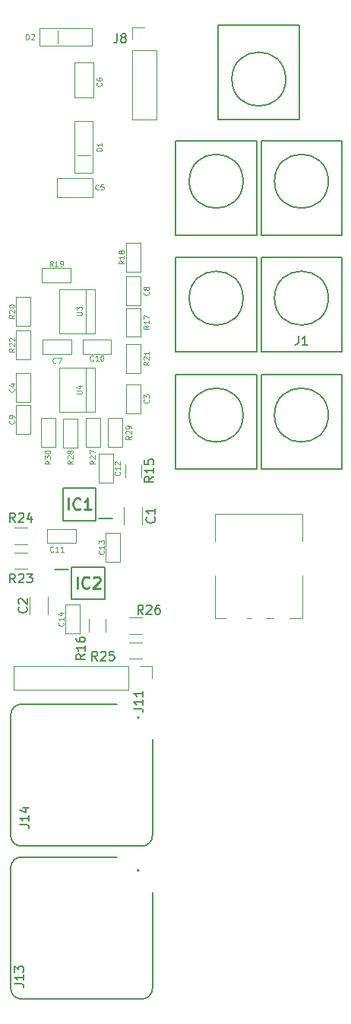
<source format=gbr>
G04 #@! TF.GenerationSoftware,KiCad,Pcbnew,(6.0.0)*
G04 #@! TF.CreationDate,2022-01-30T15:01:01+09:00*
G04 #@! TF.ProjectId,exits,65786974-732e-46b6-9963-61645f706362,2.1*
G04 #@! TF.SameCoordinates,Original*
G04 #@! TF.FileFunction,Legend,Top*
G04 #@! TF.FilePolarity,Positive*
%FSLAX46Y46*%
G04 Gerber Fmt 4.6, Leading zero omitted, Abs format (unit mm)*
G04 Created by KiCad (PCBNEW (6.0.0)) date 2022-01-30 15:01:01*
%MOMM*%
%LPD*%
G01*
G04 APERTURE LIST*
%ADD10C,0.150000*%
%ADD11C,0.100000*%
%ADD12C,0.254000*%
%ADD13C,0.120000*%
%ADD14C,0.127000*%
%ADD15C,0.200000*%
G04 APERTURE END LIST*
D10*
X156166666Y-75252380D02*
X156166666Y-75966666D01*
X156119047Y-76109523D01*
X156023809Y-76204761D01*
X155880952Y-76252380D01*
X155785714Y-76252380D01*
X157166666Y-76252380D02*
X156595238Y-76252380D01*
X156880952Y-76252380D02*
X156880952Y-75252380D01*
X156785714Y-75395238D01*
X156690476Y-75490476D01*
X156595238Y-75538095D01*
X140107142Y-95416666D02*
X140154761Y-95464285D01*
X140202380Y-95607142D01*
X140202380Y-95702380D01*
X140154761Y-95845238D01*
X140059523Y-95940476D01*
X139964285Y-95988095D01*
X139773809Y-96035714D01*
X139630952Y-96035714D01*
X139440476Y-95988095D01*
X139345238Y-95940476D01*
X139250000Y-95845238D01*
X139202380Y-95702380D01*
X139202380Y-95607142D01*
X139250000Y-95464285D01*
X139297619Y-95416666D01*
X140202380Y-94464285D02*
X140202380Y-95035714D01*
X140202380Y-94750000D02*
X139202380Y-94750000D01*
X139345238Y-94845238D01*
X139440476Y-94940476D01*
X139488095Y-95035714D01*
D11*
X124464285Y-81100000D02*
X124492857Y-81128571D01*
X124521428Y-81214285D01*
X124521428Y-81271428D01*
X124492857Y-81357142D01*
X124435714Y-81414285D01*
X124378571Y-81442857D01*
X124264285Y-81471428D01*
X124178571Y-81471428D01*
X124064285Y-81442857D01*
X124007142Y-81414285D01*
X123950000Y-81357142D01*
X123921428Y-81271428D01*
X123921428Y-81214285D01*
X123950000Y-81128571D01*
X123978571Y-81100000D01*
X124121428Y-80585714D02*
X124521428Y-80585714D01*
X123892857Y-80728571D02*
X124321428Y-80871428D01*
X124321428Y-80500000D01*
D10*
X125857142Y-105416666D02*
X125904761Y-105464285D01*
X125952380Y-105607142D01*
X125952380Y-105702380D01*
X125904761Y-105845238D01*
X125809523Y-105940476D01*
X125714285Y-105988095D01*
X125523809Y-106035714D01*
X125380952Y-106035714D01*
X125190476Y-105988095D01*
X125095238Y-105940476D01*
X125000000Y-105845238D01*
X124952380Y-105702380D01*
X124952380Y-105607142D01*
X125000000Y-105464285D01*
X125047619Y-105416666D01*
X125047619Y-105035714D02*
X125000000Y-104988095D01*
X124952380Y-104892857D01*
X124952380Y-104654761D01*
X125000000Y-104559523D01*
X125047619Y-104511904D01*
X125142857Y-104464285D01*
X125238095Y-104464285D01*
X125380952Y-104511904D01*
X125952380Y-105083333D01*
X125952380Y-104464285D01*
D11*
X133900000Y-58964285D02*
X133871428Y-58992857D01*
X133785714Y-59021428D01*
X133728571Y-59021428D01*
X133642857Y-58992857D01*
X133585714Y-58935714D01*
X133557142Y-58878571D01*
X133528571Y-58764285D01*
X133528571Y-58678571D01*
X133557142Y-58564285D01*
X133585714Y-58507142D01*
X133642857Y-58450000D01*
X133728571Y-58421428D01*
X133785714Y-58421428D01*
X133871428Y-58450000D01*
X133900000Y-58478571D01*
X134442857Y-58421428D02*
X134157142Y-58421428D01*
X134128571Y-58707142D01*
X134157142Y-58678571D01*
X134214285Y-58650000D01*
X134357142Y-58650000D01*
X134414285Y-58678571D01*
X134442857Y-58707142D01*
X134471428Y-58764285D01*
X134471428Y-58907142D01*
X134442857Y-58964285D01*
X134414285Y-58992857D01*
X134357142Y-59021428D01*
X134214285Y-59021428D01*
X134157142Y-58992857D01*
X134128571Y-58964285D01*
X139464285Y-82350000D02*
X139492857Y-82378571D01*
X139521428Y-82464285D01*
X139521428Y-82521428D01*
X139492857Y-82607142D01*
X139435714Y-82664285D01*
X139378571Y-82692857D01*
X139264285Y-82721428D01*
X139178571Y-82721428D01*
X139064285Y-82692857D01*
X139007142Y-82664285D01*
X138950000Y-82607142D01*
X138921428Y-82521428D01*
X138921428Y-82464285D01*
X138950000Y-82378571D01*
X138978571Y-82350000D01*
X138921428Y-82150000D02*
X138921428Y-81778571D01*
X139150000Y-81978571D01*
X139150000Y-81892857D01*
X139178571Y-81835714D01*
X139207142Y-81807142D01*
X139264285Y-81778571D01*
X139407142Y-81778571D01*
X139464285Y-81807142D01*
X139492857Y-81835714D01*
X139521428Y-81892857D01*
X139521428Y-82064285D01*
X139492857Y-82121428D01*
X139464285Y-82150000D01*
X128814285Y-67501428D02*
X128614285Y-67215714D01*
X128471428Y-67501428D02*
X128471428Y-66901428D01*
X128700000Y-66901428D01*
X128757142Y-66930000D01*
X128785714Y-66958571D01*
X128814285Y-67015714D01*
X128814285Y-67101428D01*
X128785714Y-67158571D01*
X128757142Y-67187142D01*
X128700000Y-67215714D01*
X128471428Y-67215714D01*
X129385714Y-67501428D02*
X129042857Y-67501428D01*
X129214285Y-67501428D02*
X129214285Y-66901428D01*
X129157142Y-66987142D01*
X129100000Y-67044285D01*
X129042857Y-67072857D01*
X129671428Y-67501428D02*
X129785714Y-67501428D01*
X129842857Y-67472857D01*
X129871428Y-67444285D01*
X129928571Y-67358571D01*
X129957142Y-67244285D01*
X129957142Y-67015714D01*
X129928571Y-66958571D01*
X129900000Y-66930000D01*
X129842857Y-66901428D01*
X129728571Y-66901428D01*
X129671428Y-66930000D01*
X129642857Y-66958571D01*
X129614285Y-67015714D01*
X129614285Y-67158571D01*
X129642857Y-67215714D01*
X129671428Y-67244285D01*
X129728571Y-67272857D01*
X129842857Y-67272857D01*
X129900000Y-67244285D01*
X129928571Y-67215714D01*
X129957142Y-67158571D01*
X134214285Y-47100000D02*
X134242857Y-47128571D01*
X134271428Y-47214285D01*
X134271428Y-47271428D01*
X134242857Y-47357142D01*
X134185714Y-47414285D01*
X134128571Y-47442857D01*
X134014285Y-47471428D01*
X133928571Y-47471428D01*
X133814285Y-47442857D01*
X133757142Y-47414285D01*
X133700000Y-47357142D01*
X133671428Y-47271428D01*
X133671428Y-47214285D01*
X133700000Y-47128571D01*
X133728571Y-47100000D01*
X133671428Y-46585714D02*
X133671428Y-46700000D01*
X133700000Y-46757142D01*
X133728571Y-46785714D01*
X133814285Y-46842857D01*
X133928571Y-46871428D01*
X134157142Y-46871428D01*
X134214285Y-46842857D01*
X134242857Y-46814285D01*
X134271428Y-46757142D01*
X134271428Y-46642857D01*
X134242857Y-46585714D01*
X134214285Y-46557142D01*
X134157142Y-46528571D01*
X134014285Y-46528571D01*
X133957142Y-46557142D01*
X133928571Y-46585714D01*
X133900000Y-46642857D01*
X133900000Y-46757142D01*
X133928571Y-46814285D01*
X133957142Y-46842857D01*
X134014285Y-46871428D01*
X124521428Y-72935714D02*
X124235714Y-73135714D01*
X124521428Y-73278571D02*
X123921428Y-73278571D01*
X123921428Y-73050000D01*
X123950000Y-72992857D01*
X123978571Y-72964285D01*
X124035714Y-72935714D01*
X124121428Y-72935714D01*
X124178571Y-72964285D01*
X124207142Y-72992857D01*
X124235714Y-73050000D01*
X124235714Y-73278571D01*
X123978571Y-72707142D02*
X123950000Y-72678571D01*
X123921428Y-72621428D01*
X123921428Y-72478571D01*
X123950000Y-72421428D01*
X123978571Y-72392857D01*
X124035714Y-72364285D01*
X124092857Y-72364285D01*
X124178571Y-72392857D01*
X124521428Y-72735714D01*
X124521428Y-72364285D01*
X123921428Y-71992857D02*
X123921428Y-71935714D01*
X123950000Y-71878571D01*
X123978571Y-71850000D01*
X124035714Y-71821428D01*
X124150000Y-71792857D01*
X124292857Y-71792857D01*
X124407142Y-71821428D01*
X124464285Y-71850000D01*
X124492857Y-71878571D01*
X124521428Y-71935714D01*
X124521428Y-71992857D01*
X124492857Y-72050000D01*
X124464285Y-72078571D01*
X124407142Y-72107142D01*
X124292857Y-72135714D01*
X124150000Y-72135714D01*
X124035714Y-72107142D01*
X123978571Y-72078571D01*
X123950000Y-72050000D01*
X123921428Y-71992857D01*
X124464285Y-84650000D02*
X124492857Y-84678571D01*
X124521428Y-84764285D01*
X124521428Y-84821428D01*
X124492857Y-84907142D01*
X124435714Y-84964285D01*
X124378571Y-84992857D01*
X124264285Y-85021428D01*
X124178571Y-85021428D01*
X124064285Y-84992857D01*
X124007142Y-84964285D01*
X123950000Y-84907142D01*
X123921428Y-84821428D01*
X123921428Y-84764285D01*
X123950000Y-84678571D01*
X123978571Y-84650000D01*
X124521428Y-84364285D02*
X124521428Y-84250000D01*
X124492857Y-84192857D01*
X124464285Y-84164285D01*
X124378571Y-84107142D01*
X124264285Y-84078571D01*
X124035714Y-84078571D01*
X123978571Y-84107142D01*
X123950000Y-84135714D01*
X123921428Y-84192857D01*
X123921428Y-84307142D01*
X123950000Y-84364285D01*
X123978571Y-84392857D01*
X124035714Y-84421428D01*
X124178571Y-84421428D01*
X124235714Y-84392857D01*
X124264285Y-84364285D01*
X124292857Y-84307142D01*
X124292857Y-84192857D01*
X124264285Y-84135714D01*
X124235714Y-84107142D01*
X124178571Y-84078571D01*
D10*
X132382380Y-110642857D02*
X131906190Y-110976190D01*
X132382380Y-111214285D02*
X131382380Y-111214285D01*
X131382380Y-110833333D01*
X131430000Y-110738095D01*
X131477619Y-110690476D01*
X131572857Y-110642857D01*
X131715714Y-110642857D01*
X131810952Y-110690476D01*
X131858571Y-110738095D01*
X131906190Y-110833333D01*
X131906190Y-111214285D01*
X132382380Y-109690476D02*
X132382380Y-110261904D01*
X132382380Y-109976190D02*
X131382380Y-109976190D01*
X131525238Y-110071428D01*
X131620476Y-110166666D01*
X131668095Y-110261904D01*
X131382380Y-108833333D02*
X131382380Y-109023809D01*
X131430000Y-109119047D01*
X131477619Y-109166666D01*
X131620476Y-109261904D01*
X131810952Y-109309523D01*
X132191904Y-109309523D01*
X132287142Y-109261904D01*
X132334761Y-109214285D01*
X132382380Y-109119047D01*
X132382380Y-108928571D01*
X132334761Y-108833333D01*
X132287142Y-108785714D01*
X132191904Y-108738095D01*
X131953809Y-108738095D01*
X131858571Y-108785714D01*
X131810952Y-108833333D01*
X131763333Y-108928571D01*
X131763333Y-109119047D01*
X131810952Y-109214285D01*
X131858571Y-109261904D01*
X131953809Y-109309523D01*
D11*
X124521428Y-76635714D02*
X124235714Y-76835714D01*
X124521428Y-76978571D02*
X123921428Y-76978571D01*
X123921428Y-76750000D01*
X123950000Y-76692857D01*
X123978571Y-76664285D01*
X124035714Y-76635714D01*
X124121428Y-76635714D01*
X124178571Y-76664285D01*
X124207142Y-76692857D01*
X124235714Y-76750000D01*
X124235714Y-76978571D01*
X123978571Y-76407142D02*
X123950000Y-76378571D01*
X123921428Y-76321428D01*
X123921428Y-76178571D01*
X123950000Y-76121428D01*
X123978571Y-76092857D01*
X124035714Y-76064285D01*
X124092857Y-76064285D01*
X124178571Y-76092857D01*
X124521428Y-76435714D01*
X124521428Y-76064285D01*
X123978571Y-75835714D02*
X123950000Y-75807142D01*
X123921428Y-75750000D01*
X123921428Y-75607142D01*
X123950000Y-75550000D01*
X123978571Y-75521428D01*
X124035714Y-75492857D01*
X124092857Y-75492857D01*
X124178571Y-75521428D01*
X124521428Y-75864285D01*
X124521428Y-75492857D01*
X136751428Y-66885714D02*
X136465714Y-67085714D01*
X136751428Y-67228571D02*
X136151428Y-67228571D01*
X136151428Y-67000000D01*
X136180000Y-66942857D01*
X136208571Y-66914285D01*
X136265714Y-66885714D01*
X136351428Y-66885714D01*
X136408571Y-66914285D01*
X136437142Y-66942857D01*
X136465714Y-67000000D01*
X136465714Y-67228571D01*
X136751428Y-66314285D02*
X136751428Y-66657142D01*
X136751428Y-66485714D02*
X136151428Y-66485714D01*
X136237142Y-66542857D01*
X136294285Y-66600000D01*
X136322857Y-66657142D01*
X136408571Y-65971428D02*
X136380000Y-66028571D01*
X136351428Y-66057142D01*
X136294285Y-66085714D01*
X136265714Y-66085714D01*
X136208571Y-66057142D01*
X136180000Y-66028571D01*
X136151428Y-65971428D01*
X136151428Y-65857142D01*
X136180000Y-65800000D01*
X136208571Y-65771428D01*
X136265714Y-65742857D01*
X136294285Y-65742857D01*
X136351428Y-65771428D01*
X136380000Y-65800000D01*
X136408571Y-65857142D01*
X136408571Y-65971428D01*
X136437142Y-66028571D01*
X136465714Y-66057142D01*
X136522857Y-66085714D01*
X136637142Y-66085714D01*
X136694285Y-66057142D01*
X136722857Y-66028571D01*
X136751428Y-65971428D01*
X136751428Y-65857142D01*
X136722857Y-65800000D01*
X136694285Y-65771428D01*
X136637142Y-65742857D01*
X136522857Y-65742857D01*
X136465714Y-65771428D01*
X136437142Y-65800000D01*
X136408571Y-65857142D01*
D10*
X124607142Y-102702380D02*
X124273809Y-102226190D01*
X124035714Y-102702380D02*
X124035714Y-101702380D01*
X124416666Y-101702380D01*
X124511904Y-101750000D01*
X124559523Y-101797619D01*
X124607142Y-101892857D01*
X124607142Y-102035714D01*
X124559523Y-102130952D01*
X124511904Y-102178571D01*
X124416666Y-102226190D01*
X124035714Y-102226190D01*
X124988095Y-101797619D02*
X125035714Y-101750000D01*
X125130952Y-101702380D01*
X125369047Y-101702380D01*
X125464285Y-101750000D01*
X125511904Y-101797619D01*
X125559523Y-101892857D01*
X125559523Y-101988095D01*
X125511904Y-102130952D01*
X124940476Y-102702380D01*
X125559523Y-102702380D01*
X125892857Y-101702380D02*
X126511904Y-101702380D01*
X126178571Y-102083333D01*
X126321428Y-102083333D01*
X126416666Y-102130952D01*
X126464285Y-102178571D01*
X126511904Y-102273809D01*
X126511904Y-102511904D01*
X126464285Y-102607142D01*
X126416666Y-102654761D01*
X126321428Y-102702380D01*
X126035714Y-102702380D01*
X125940476Y-102654761D01*
X125892857Y-102607142D01*
X124607142Y-95952380D02*
X124273809Y-95476190D01*
X124035714Y-95952380D02*
X124035714Y-94952380D01*
X124416666Y-94952380D01*
X124511904Y-95000000D01*
X124559523Y-95047619D01*
X124607142Y-95142857D01*
X124607142Y-95285714D01*
X124559523Y-95380952D01*
X124511904Y-95428571D01*
X124416666Y-95476190D01*
X124035714Y-95476190D01*
X124988095Y-95047619D02*
X125035714Y-95000000D01*
X125130952Y-94952380D01*
X125369047Y-94952380D01*
X125464285Y-95000000D01*
X125511904Y-95047619D01*
X125559523Y-95142857D01*
X125559523Y-95238095D01*
X125511904Y-95380952D01*
X124940476Y-95952380D01*
X125559523Y-95952380D01*
X126416666Y-95285714D02*
X126416666Y-95952380D01*
X126178571Y-94904761D02*
X125940476Y-95619047D01*
X126559523Y-95619047D01*
X135966666Y-41652380D02*
X135966666Y-42366666D01*
X135919047Y-42509523D01*
X135823809Y-42604761D01*
X135680952Y-42652380D01*
X135585714Y-42652380D01*
X136585714Y-42080952D02*
X136490476Y-42033333D01*
X136442857Y-41985714D01*
X136395238Y-41890476D01*
X136395238Y-41842857D01*
X136442857Y-41747619D01*
X136490476Y-41700000D01*
X136585714Y-41652380D01*
X136776190Y-41652380D01*
X136871428Y-41700000D01*
X136919047Y-41747619D01*
X136966666Y-41842857D01*
X136966666Y-41890476D01*
X136919047Y-41985714D01*
X136871428Y-42033333D01*
X136776190Y-42080952D01*
X136585714Y-42080952D01*
X136490476Y-42128571D01*
X136442857Y-42176190D01*
X136395238Y-42271428D01*
X136395238Y-42461904D01*
X136442857Y-42557142D01*
X136490476Y-42604761D01*
X136585714Y-42652380D01*
X136776190Y-42652380D01*
X136871428Y-42604761D01*
X136919047Y-42557142D01*
X136966666Y-42461904D01*
X136966666Y-42271428D01*
X136919047Y-42176190D01*
X136871428Y-42128571D01*
X136776190Y-42080952D01*
D11*
X139521428Y-78135714D02*
X139235714Y-78335714D01*
X139521428Y-78478571D02*
X138921428Y-78478571D01*
X138921428Y-78250000D01*
X138950000Y-78192857D01*
X138978571Y-78164285D01*
X139035714Y-78135714D01*
X139121428Y-78135714D01*
X139178571Y-78164285D01*
X139207142Y-78192857D01*
X139235714Y-78250000D01*
X139235714Y-78478571D01*
X138978571Y-77907142D02*
X138950000Y-77878571D01*
X138921428Y-77821428D01*
X138921428Y-77678571D01*
X138950000Y-77621428D01*
X138978571Y-77592857D01*
X139035714Y-77564285D01*
X139092857Y-77564285D01*
X139178571Y-77592857D01*
X139521428Y-77935714D01*
X139521428Y-77564285D01*
X139521428Y-76992857D02*
X139521428Y-77335714D01*
X139521428Y-77164285D02*
X138921428Y-77164285D01*
X139007142Y-77221428D01*
X139064285Y-77278571D01*
X139092857Y-77335714D01*
D10*
X140022380Y-90892857D02*
X139546190Y-91226190D01*
X140022380Y-91464285D02*
X139022380Y-91464285D01*
X139022380Y-91083333D01*
X139070000Y-90988095D01*
X139117619Y-90940476D01*
X139212857Y-90892857D01*
X139355714Y-90892857D01*
X139450952Y-90940476D01*
X139498571Y-90988095D01*
X139546190Y-91083333D01*
X139546190Y-91464285D01*
X140022380Y-89940476D02*
X140022380Y-90511904D01*
X140022380Y-90226190D02*
X139022380Y-90226190D01*
X139165238Y-90321428D01*
X139260476Y-90416666D01*
X139308095Y-90511904D01*
X139022380Y-89035714D02*
X139022380Y-89511904D01*
X139498571Y-89559523D01*
X139450952Y-89511904D01*
X139403333Y-89416666D01*
X139403333Y-89178571D01*
X139450952Y-89083333D01*
X139498571Y-89035714D01*
X139593809Y-88988095D01*
X139831904Y-88988095D01*
X139927142Y-89035714D01*
X139974761Y-89083333D01*
X140022380Y-89178571D01*
X140022380Y-89416666D01*
X139974761Y-89511904D01*
X139927142Y-89559523D01*
X133757142Y-111352380D02*
X133423809Y-110876190D01*
X133185714Y-111352380D02*
X133185714Y-110352380D01*
X133566666Y-110352380D01*
X133661904Y-110400000D01*
X133709523Y-110447619D01*
X133757142Y-110542857D01*
X133757142Y-110685714D01*
X133709523Y-110780952D01*
X133661904Y-110828571D01*
X133566666Y-110876190D01*
X133185714Y-110876190D01*
X134138095Y-110447619D02*
X134185714Y-110400000D01*
X134280952Y-110352380D01*
X134519047Y-110352380D01*
X134614285Y-110400000D01*
X134661904Y-110447619D01*
X134709523Y-110542857D01*
X134709523Y-110638095D01*
X134661904Y-110780952D01*
X134090476Y-111352380D01*
X134709523Y-111352380D01*
X135614285Y-110352380D02*
X135138095Y-110352380D01*
X135090476Y-110828571D01*
X135138095Y-110780952D01*
X135233333Y-110733333D01*
X135471428Y-110733333D01*
X135566666Y-110780952D01*
X135614285Y-110828571D01*
X135661904Y-110923809D01*
X135661904Y-111161904D01*
X135614285Y-111257142D01*
X135566666Y-111304761D01*
X135471428Y-111352380D01*
X135233333Y-111352380D01*
X135138095Y-111304761D01*
X135090476Y-111257142D01*
X138857142Y-106202380D02*
X138523809Y-105726190D01*
X138285714Y-106202380D02*
X138285714Y-105202380D01*
X138666666Y-105202380D01*
X138761904Y-105250000D01*
X138809523Y-105297619D01*
X138857142Y-105392857D01*
X138857142Y-105535714D01*
X138809523Y-105630952D01*
X138761904Y-105678571D01*
X138666666Y-105726190D01*
X138285714Y-105726190D01*
X139238095Y-105297619D02*
X139285714Y-105250000D01*
X139380952Y-105202380D01*
X139619047Y-105202380D01*
X139714285Y-105250000D01*
X139761904Y-105297619D01*
X139809523Y-105392857D01*
X139809523Y-105488095D01*
X139761904Y-105630952D01*
X139190476Y-106202380D01*
X139809523Y-106202380D01*
X140666666Y-105202380D02*
X140476190Y-105202380D01*
X140380952Y-105250000D01*
X140333333Y-105297619D01*
X140238095Y-105440476D01*
X140190476Y-105630952D01*
X140190476Y-106011904D01*
X140238095Y-106107142D01*
X140285714Y-106154761D01*
X140380952Y-106202380D01*
X140571428Y-106202380D01*
X140666666Y-106154761D01*
X140714285Y-106107142D01*
X140761904Y-106011904D01*
X140761904Y-105773809D01*
X140714285Y-105678571D01*
X140666666Y-105630952D01*
X140571428Y-105583333D01*
X140380952Y-105583333D01*
X140285714Y-105630952D01*
X140238095Y-105678571D01*
X140190476Y-105773809D01*
D11*
X139521428Y-74135714D02*
X139235714Y-74335714D01*
X139521428Y-74478571D02*
X138921428Y-74478571D01*
X138921428Y-74250000D01*
X138950000Y-74192857D01*
X138978571Y-74164285D01*
X139035714Y-74135714D01*
X139121428Y-74135714D01*
X139178571Y-74164285D01*
X139207142Y-74192857D01*
X139235714Y-74250000D01*
X139235714Y-74478571D01*
X139521428Y-73564285D02*
X139521428Y-73907142D01*
X139521428Y-73735714D02*
X138921428Y-73735714D01*
X139007142Y-73792857D01*
X139064285Y-73850000D01*
X139092857Y-73907142D01*
X138921428Y-73364285D02*
X138921428Y-72964285D01*
X139521428Y-73221428D01*
X133314285Y-77964285D02*
X133285714Y-77992857D01*
X133200000Y-78021428D01*
X133142857Y-78021428D01*
X133057142Y-77992857D01*
X133000000Y-77935714D01*
X132971428Y-77878571D01*
X132942857Y-77764285D01*
X132942857Y-77678571D01*
X132971428Y-77564285D01*
X133000000Y-77507142D01*
X133057142Y-77450000D01*
X133142857Y-77421428D01*
X133200000Y-77421428D01*
X133285714Y-77450000D01*
X133314285Y-77478571D01*
X133885714Y-78021428D02*
X133542857Y-78021428D01*
X133714285Y-78021428D02*
X133714285Y-77421428D01*
X133657142Y-77507142D01*
X133600000Y-77564285D01*
X133542857Y-77592857D01*
X134257142Y-77421428D02*
X134314285Y-77421428D01*
X134371428Y-77450000D01*
X134400000Y-77478571D01*
X134428571Y-77535714D01*
X134457142Y-77650000D01*
X134457142Y-77792857D01*
X134428571Y-77907142D01*
X134400000Y-77964285D01*
X134371428Y-77992857D01*
X134314285Y-78021428D01*
X134257142Y-78021428D01*
X134200000Y-77992857D01*
X134171428Y-77964285D01*
X134142857Y-77907142D01*
X134114285Y-77792857D01*
X134114285Y-77650000D01*
X134142857Y-77535714D01*
X134171428Y-77478571D01*
X134200000Y-77450000D01*
X134257142Y-77421428D01*
X129150000Y-78214285D02*
X129121428Y-78242857D01*
X129035714Y-78271428D01*
X128978571Y-78271428D01*
X128892857Y-78242857D01*
X128835714Y-78185714D01*
X128807142Y-78128571D01*
X128778571Y-78014285D01*
X128778571Y-77928571D01*
X128807142Y-77814285D01*
X128835714Y-77757142D01*
X128892857Y-77700000D01*
X128978571Y-77671428D01*
X129035714Y-77671428D01*
X129121428Y-77700000D01*
X129150000Y-77728571D01*
X129350000Y-77671428D02*
X129750000Y-77671428D01*
X129492857Y-78271428D01*
X139464285Y-70350000D02*
X139492857Y-70378571D01*
X139521428Y-70464285D01*
X139521428Y-70521428D01*
X139492857Y-70607142D01*
X139435714Y-70664285D01*
X139378571Y-70692857D01*
X139264285Y-70721428D01*
X139178571Y-70721428D01*
X139064285Y-70692857D01*
X139007142Y-70664285D01*
X138950000Y-70607142D01*
X138921428Y-70521428D01*
X138921428Y-70464285D01*
X138950000Y-70378571D01*
X138978571Y-70350000D01*
X139178571Y-70007142D02*
X139150000Y-70064285D01*
X139121428Y-70092857D01*
X139064285Y-70121428D01*
X139035714Y-70121428D01*
X138978571Y-70092857D01*
X138950000Y-70064285D01*
X138921428Y-70007142D01*
X138921428Y-69892857D01*
X138950000Y-69835714D01*
X138978571Y-69807142D01*
X139035714Y-69778571D01*
X139064285Y-69778571D01*
X139121428Y-69807142D01*
X139150000Y-69835714D01*
X139178571Y-69892857D01*
X139178571Y-70007142D01*
X139207142Y-70064285D01*
X139235714Y-70092857D01*
X139292857Y-70121428D01*
X139407142Y-70121428D01*
X139464285Y-70092857D01*
X139492857Y-70064285D01*
X139521428Y-70007142D01*
X139521428Y-69892857D01*
X139492857Y-69835714D01*
X139464285Y-69807142D01*
X139407142Y-69778571D01*
X139292857Y-69778571D01*
X139235714Y-69807142D01*
X139207142Y-69835714D01*
X139178571Y-69892857D01*
X125807142Y-42271428D02*
X125807142Y-41671428D01*
X125950000Y-41671428D01*
X126035714Y-41700000D01*
X126092857Y-41757142D01*
X126121428Y-41814285D01*
X126150000Y-41928571D01*
X126150000Y-42014285D01*
X126121428Y-42128571D01*
X126092857Y-42185714D01*
X126035714Y-42242857D01*
X125950000Y-42271428D01*
X125807142Y-42271428D01*
X126378571Y-41728571D02*
X126407142Y-41700000D01*
X126464285Y-41671428D01*
X126607142Y-41671428D01*
X126664285Y-41700000D01*
X126692857Y-41728571D01*
X126721428Y-41785714D01*
X126721428Y-41842857D01*
X126692857Y-41928571D01*
X126350000Y-42271428D01*
X126721428Y-42271428D01*
X134271428Y-54692857D02*
X133671428Y-54692857D01*
X133671428Y-54550000D01*
X133700000Y-54464285D01*
X133757142Y-54407142D01*
X133814285Y-54378571D01*
X133928571Y-54350000D01*
X134014285Y-54350000D01*
X134128571Y-54378571D01*
X134185714Y-54407142D01*
X134242857Y-54464285D01*
X134271428Y-54550000D01*
X134271428Y-54692857D01*
X134271428Y-53778571D02*
X134271428Y-54121428D01*
X134271428Y-53950000D02*
X133671428Y-53950000D01*
X133757142Y-54007142D01*
X133814285Y-54064285D01*
X133842857Y-54121428D01*
D10*
X137852380Y-116709523D02*
X138566666Y-116709523D01*
X138709523Y-116757142D01*
X138804761Y-116852380D01*
X138852380Y-116995238D01*
X138852380Y-117090476D01*
X138852380Y-115709523D02*
X138852380Y-116280952D01*
X138852380Y-115995238D02*
X137852380Y-115995238D01*
X137995238Y-116090476D01*
X138090476Y-116185714D01*
X138138095Y-116280952D01*
X138852380Y-114757142D02*
X138852380Y-115328571D01*
X138852380Y-115042857D02*
X137852380Y-115042857D01*
X137995238Y-115138095D01*
X138090476Y-115233333D01*
X138138095Y-115328571D01*
X124552380Y-147309523D02*
X125266666Y-147309523D01*
X125409523Y-147357142D01*
X125504761Y-147452380D01*
X125552380Y-147595238D01*
X125552380Y-147690476D01*
X125552380Y-146309523D02*
X125552380Y-146880952D01*
X125552380Y-146595238D02*
X124552380Y-146595238D01*
X124695238Y-146690476D01*
X124790476Y-146785714D01*
X124838095Y-146880952D01*
X124552380Y-145976190D02*
X124552380Y-145357142D01*
X124933333Y-145690476D01*
X124933333Y-145547619D01*
X124980952Y-145452380D01*
X125028571Y-145404761D01*
X125123809Y-145357142D01*
X125361904Y-145357142D01*
X125457142Y-145404761D01*
X125504761Y-145452380D01*
X125552380Y-145547619D01*
X125552380Y-145833333D01*
X125504761Y-145928571D01*
X125457142Y-145976190D01*
D12*
X131510238Y-103324523D02*
X131510238Y-102054523D01*
X132840714Y-103203571D02*
X132780238Y-103264047D01*
X132598809Y-103324523D01*
X132477857Y-103324523D01*
X132296428Y-103264047D01*
X132175476Y-103143095D01*
X132115000Y-103022142D01*
X132054523Y-102780238D01*
X132054523Y-102598809D01*
X132115000Y-102356904D01*
X132175476Y-102235952D01*
X132296428Y-102115000D01*
X132477857Y-102054523D01*
X132598809Y-102054523D01*
X132780238Y-102115000D01*
X132840714Y-102175476D01*
X133324523Y-102175476D02*
X133385000Y-102115000D01*
X133505952Y-102054523D01*
X133808333Y-102054523D01*
X133929285Y-102115000D01*
X133989761Y-102175476D01*
X134050238Y-102296428D01*
X134050238Y-102417380D01*
X133989761Y-102598809D01*
X133264047Y-103324523D01*
X134050238Y-103324523D01*
D11*
X131421428Y-72957142D02*
X131907142Y-72957142D01*
X131964285Y-72928571D01*
X131992857Y-72900000D01*
X132021428Y-72842857D01*
X132021428Y-72728571D01*
X131992857Y-72671428D01*
X131964285Y-72642857D01*
X131907142Y-72614285D01*
X131421428Y-72614285D01*
X131421428Y-72385714D02*
X131421428Y-72014285D01*
X131650000Y-72214285D01*
X131650000Y-72128571D01*
X131678571Y-72071428D01*
X131707142Y-72042857D01*
X131764285Y-72014285D01*
X131907142Y-72014285D01*
X131964285Y-72042857D01*
X131992857Y-72071428D01*
X132021428Y-72128571D01*
X132021428Y-72300000D01*
X131992857Y-72357142D01*
X131964285Y-72385714D01*
X133521428Y-89135714D02*
X133235714Y-89335714D01*
X133521428Y-89478571D02*
X132921428Y-89478571D01*
X132921428Y-89250000D01*
X132950000Y-89192857D01*
X132978571Y-89164285D01*
X133035714Y-89135714D01*
X133121428Y-89135714D01*
X133178571Y-89164285D01*
X133207142Y-89192857D01*
X133235714Y-89250000D01*
X133235714Y-89478571D01*
X132978571Y-88907142D02*
X132950000Y-88878571D01*
X132921428Y-88821428D01*
X132921428Y-88678571D01*
X132950000Y-88621428D01*
X132978571Y-88592857D01*
X133035714Y-88564285D01*
X133092857Y-88564285D01*
X133178571Y-88592857D01*
X133521428Y-88935714D01*
X133521428Y-88564285D01*
X132921428Y-88364285D02*
X132921428Y-87964285D01*
X133521428Y-88221428D01*
X131021428Y-89135714D02*
X130735714Y-89335714D01*
X131021428Y-89478571D02*
X130421428Y-89478571D01*
X130421428Y-89250000D01*
X130450000Y-89192857D01*
X130478571Y-89164285D01*
X130535714Y-89135714D01*
X130621428Y-89135714D01*
X130678571Y-89164285D01*
X130707142Y-89192857D01*
X130735714Y-89250000D01*
X130735714Y-89478571D01*
X130478571Y-88907142D02*
X130450000Y-88878571D01*
X130421428Y-88821428D01*
X130421428Y-88678571D01*
X130450000Y-88621428D01*
X130478571Y-88592857D01*
X130535714Y-88564285D01*
X130592857Y-88564285D01*
X130678571Y-88592857D01*
X131021428Y-88935714D01*
X131021428Y-88564285D01*
X130678571Y-88221428D02*
X130650000Y-88278571D01*
X130621428Y-88307142D01*
X130564285Y-88335714D01*
X130535714Y-88335714D01*
X130478571Y-88307142D01*
X130450000Y-88278571D01*
X130421428Y-88221428D01*
X130421428Y-88107142D01*
X130450000Y-88050000D01*
X130478571Y-88021428D01*
X130535714Y-87992857D01*
X130564285Y-87992857D01*
X130621428Y-88021428D01*
X130650000Y-88050000D01*
X130678571Y-88107142D01*
X130678571Y-88221428D01*
X130707142Y-88278571D01*
X130735714Y-88307142D01*
X130792857Y-88335714D01*
X130907142Y-88335714D01*
X130964285Y-88307142D01*
X130992857Y-88278571D01*
X131021428Y-88221428D01*
X131021428Y-88107142D01*
X130992857Y-88050000D01*
X130964285Y-88021428D01*
X130907142Y-87992857D01*
X130792857Y-87992857D01*
X130735714Y-88021428D01*
X130707142Y-88050000D01*
X130678571Y-88107142D01*
X134444285Y-99135714D02*
X134472857Y-99164285D01*
X134501428Y-99250000D01*
X134501428Y-99307142D01*
X134472857Y-99392857D01*
X134415714Y-99450000D01*
X134358571Y-99478571D01*
X134244285Y-99507142D01*
X134158571Y-99507142D01*
X134044285Y-99478571D01*
X133987142Y-99450000D01*
X133930000Y-99392857D01*
X133901428Y-99307142D01*
X133901428Y-99250000D01*
X133930000Y-99164285D01*
X133958571Y-99135714D01*
X134501428Y-98564285D02*
X134501428Y-98907142D01*
X134501428Y-98735714D02*
X133901428Y-98735714D01*
X133987142Y-98792857D01*
X134044285Y-98850000D01*
X134072857Y-98907142D01*
X133901428Y-98364285D02*
X133901428Y-97992857D01*
X134130000Y-98192857D01*
X134130000Y-98107142D01*
X134158571Y-98050000D01*
X134187142Y-98021428D01*
X134244285Y-97992857D01*
X134387142Y-97992857D01*
X134444285Y-98021428D01*
X134472857Y-98050000D01*
X134501428Y-98107142D01*
X134501428Y-98278571D01*
X134472857Y-98335714D01*
X134444285Y-98364285D01*
X128864285Y-99214285D02*
X128835714Y-99242857D01*
X128750000Y-99271428D01*
X128692857Y-99271428D01*
X128607142Y-99242857D01*
X128550000Y-99185714D01*
X128521428Y-99128571D01*
X128492857Y-99014285D01*
X128492857Y-98928571D01*
X128521428Y-98814285D01*
X128550000Y-98757142D01*
X128607142Y-98700000D01*
X128692857Y-98671428D01*
X128750000Y-98671428D01*
X128835714Y-98700000D01*
X128864285Y-98728571D01*
X129435714Y-99271428D02*
X129092857Y-99271428D01*
X129264285Y-99271428D02*
X129264285Y-98671428D01*
X129207142Y-98757142D01*
X129150000Y-98814285D01*
X129092857Y-98842857D01*
X130007142Y-99271428D02*
X129664285Y-99271428D01*
X129835714Y-99271428D02*
X129835714Y-98671428D01*
X129778571Y-98757142D01*
X129721428Y-98814285D01*
X129664285Y-98842857D01*
X137521428Y-86385714D02*
X137235714Y-86585714D01*
X137521428Y-86728571D02*
X136921428Y-86728571D01*
X136921428Y-86500000D01*
X136950000Y-86442857D01*
X136978571Y-86414285D01*
X137035714Y-86385714D01*
X137121428Y-86385714D01*
X137178571Y-86414285D01*
X137207142Y-86442857D01*
X137235714Y-86500000D01*
X137235714Y-86728571D01*
X136978571Y-86157142D02*
X136950000Y-86128571D01*
X136921428Y-86071428D01*
X136921428Y-85928571D01*
X136950000Y-85871428D01*
X136978571Y-85842857D01*
X137035714Y-85814285D01*
X137092857Y-85814285D01*
X137178571Y-85842857D01*
X137521428Y-86185714D01*
X137521428Y-85814285D01*
X137521428Y-85528571D02*
X137521428Y-85414285D01*
X137492857Y-85357142D01*
X137464285Y-85328571D01*
X137378571Y-85271428D01*
X137264285Y-85242857D01*
X137035714Y-85242857D01*
X136978571Y-85271428D01*
X136950000Y-85300000D01*
X136921428Y-85357142D01*
X136921428Y-85471428D01*
X136950000Y-85528571D01*
X136978571Y-85557142D01*
X137035714Y-85585714D01*
X137178571Y-85585714D01*
X137235714Y-85557142D01*
X137264285Y-85528571D01*
X137292857Y-85471428D01*
X137292857Y-85357142D01*
X137264285Y-85300000D01*
X137235714Y-85271428D01*
X137178571Y-85242857D01*
X131421428Y-81707142D02*
X131907142Y-81707142D01*
X131964285Y-81678571D01*
X131992857Y-81650000D01*
X132021428Y-81592857D01*
X132021428Y-81478571D01*
X131992857Y-81421428D01*
X131964285Y-81392857D01*
X131907142Y-81364285D01*
X131421428Y-81364285D01*
X131621428Y-80821428D02*
X132021428Y-80821428D01*
X131392857Y-80964285D02*
X131821428Y-81107142D01*
X131821428Y-80735714D01*
D12*
X130510238Y-94574523D02*
X130510238Y-93304523D01*
X131840714Y-94453571D02*
X131780238Y-94514047D01*
X131598809Y-94574523D01*
X131477857Y-94574523D01*
X131296428Y-94514047D01*
X131175476Y-94393095D01*
X131115000Y-94272142D01*
X131054523Y-94030238D01*
X131054523Y-93848809D01*
X131115000Y-93606904D01*
X131175476Y-93485952D01*
X131296428Y-93365000D01*
X131477857Y-93304523D01*
X131598809Y-93304523D01*
X131780238Y-93365000D01*
X131840714Y-93425476D01*
X133050238Y-94574523D02*
X132324523Y-94574523D01*
X132687380Y-94574523D02*
X132687380Y-93304523D01*
X132566428Y-93485952D01*
X132445476Y-93606904D01*
X132324523Y-93667380D01*
D11*
X136234285Y-90385714D02*
X136262857Y-90414285D01*
X136291428Y-90500000D01*
X136291428Y-90557142D01*
X136262857Y-90642857D01*
X136205714Y-90700000D01*
X136148571Y-90728571D01*
X136034285Y-90757142D01*
X135948571Y-90757142D01*
X135834285Y-90728571D01*
X135777142Y-90700000D01*
X135720000Y-90642857D01*
X135691428Y-90557142D01*
X135691428Y-90500000D01*
X135720000Y-90414285D01*
X135748571Y-90385714D01*
X136291428Y-89814285D02*
X136291428Y-90157142D01*
X136291428Y-89985714D02*
X135691428Y-89985714D01*
X135777142Y-90042857D01*
X135834285Y-90100000D01*
X135862857Y-90157142D01*
X135748571Y-89585714D02*
X135720000Y-89557142D01*
X135691428Y-89500000D01*
X135691428Y-89357142D01*
X135720000Y-89300000D01*
X135748571Y-89271428D01*
X135805714Y-89242857D01*
X135862857Y-89242857D01*
X135948571Y-89271428D01*
X136291428Y-89614285D01*
X136291428Y-89242857D01*
X128521428Y-89135714D02*
X128235714Y-89335714D01*
X128521428Y-89478571D02*
X127921428Y-89478571D01*
X127921428Y-89250000D01*
X127950000Y-89192857D01*
X127978571Y-89164285D01*
X128035714Y-89135714D01*
X128121428Y-89135714D01*
X128178571Y-89164285D01*
X128207142Y-89192857D01*
X128235714Y-89250000D01*
X128235714Y-89478571D01*
X127921428Y-88935714D02*
X127921428Y-88564285D01*
X128150000Y-88764285D01*
X128150000Y-88678571D01*
X128178571Y-88621428D01*
X128207142Y-88592857D01*
X128264285Y-88564285D01*
X128407142Y-88564285D01*
X128464285Y-88592857D01*
X128492857Y-88621428D01*
X128521428Y-88678571D01*
X128521428Y-88850000D01*
X128492857Y-88907142D01*
X128464285Y-88935714D01*
X127921428Y-88192857D02*
X127921428Y-88135714D01*
X127950000Y-88078571D01*
X127978571Y-88050000D01*
X128035714Y-88021428D01*
X128150000Y-87992857D01*
X128292857Y-87992857D01*
X128407142Y-88021428D01*
X128464285Y-88050000D01*
X128492857Y-88078571D01*
X128521428Y-88135714D01*
X128521428Y-88192857D01*
X128492857Y-88250000D01*
X128464285Y-88278571D01*
X128407142Y-88307142D01*
X128292857Y-88335714D01*
X128150000Y-88335714D01*
X128035714Y-88307142D01*
X127978571Y-88278571D01*
X127950000Y-88250000D01*
X127921428Y-88192857D01*
X129944285Y-107135714D02*
X129972857Y-107164285D01*
X130001428Y-107250000D01*
X130001428Y-107307142D01*
X129972857Y-107392857D01*
X129915714Y-107450000D01*
X129858571Y-107478571D01*
X129744285Y-107507142D01*
X129658571Y-107507142D01*
X129544285Y-107478571D01*
X129487142Y-107450000D01*
X129430000Y-107392857D01*
X129401428Y-107307142D01*
X129401428Y-107250000D01*
X129430000Y-107164285D01*
X129458571Y-107135714D01*
X130001428Y-106564285D02*
X130001428Y-106907142D01*
X130001428Y-106735714D02*
X129401428Y-106735714D01*
X129487142Y-106792857D01*
X129544285Y-106850000D01*
X129572857Y-106907142D01*
X129601428Y-106050000D02*
X130001428Y-106050000D01*
X129372857Y-106192857D02*
X129801428Y-106335714D01*
X129801428Y-105964285D01*
D10*
X125152380Y-129609523D02*
X125866666Y-129609523D01*
X126009523Y-129657142D01*
X126104761Y-129752380D01*
X126152380Y-129895238D01*
X126152380Y-129990476D01*
X126152380Y-128609523D02*
X126152380Y-129180952D01*
X126152380Y-128895238D02*
X125152380Y-128895238D01*
X125295238Y-128990476D01*
X125390476Y-129085714D01*
X125438095Y-129180952D01*
X125485714Y-127752380D02*
X126152380Y-127752380D01*
X125104761Y-127990476D02*
X125819047Y-128228571D01*
X125819047Y-127609523D01*
X151500000Y-79555000D02*
X151500000Y-90055000D01*
X142500000Y-90055000D02*
X142500000Y-79555000D01*
X151500000Y-90055000D02*
X142500000Y-90055000D01*
X142500000Y-79555000D02*
X151500000Y-79555000D01*
X150000000Y-84055000D02*
G75*
G03*
X150000000Y-84055000I-3000000J0D01*
G01*
X161000000Y-53555000D02*
X161000000Y-64055000D01*
X161000000Y-64055000D02*
X152000000Y-64055000D01*
X152000000Y-53555000D02*
X161000000Y-53555000D01*
X152000000Y-64055000D02*
X152000000Y-53555000D01*
X159500000Y-58055000D02*
G75*
G03*
X159500000Y-58055000I-3000000J0D01*
G01*
X152000000Y-66555000D02*
X161000000Y-66555000D01*
X161000000Y-77055000D02*
X152000000Y-77055000D01*
X152000000Y-77055000D02*
X152000000Y-66555000D01*
X161000000Y-66555000D02*
X161000000Y-77055000D01*
X159500000Y-71055000D02*
G75*
G03*
X159500000Y-71055000I-3000000J0D01*
G01*
X156250000Y-51195000D02*
X147250000Y-51195000D01*
X147250000Y-40695000D02*
X156250000Y-40695000D01*
X156250000Y-40695000D02*
X156250000Y-51195000D01*
X147250000Y-51195000D02*
X147250000Y-40695000D01*
X154750000Y-46695000D02*
G75*
G03*
X154750000Y-46695000I-3000000J0D01*
G01*
X142500000Y-53555000D02*
X151500000Y-53555000D01*
X142500000Y-64055000D02*
X142500000Y-53555000D01*
X151500000Y-53555000D02*
X151500000Y-64055000D01*
X151500000Y-64055000D02*
X142500000Y-64055000D01*
X150000000Y-58055000D02*
G75*
G03*
X150000000Y-58055000I-3000000J0D01*
G01*
X142500000Y-77055000D02*
X142500000Y-66555000D01*
X142500000Y-66555000D02*
X151500000Y-66555000D01*
X151500000Y-66555000D02*
X151500000Y-77055000D01*
X151500000Y-77055000D02*
X142500000Y-77055000D01*
X150000000Y-71055000D02*
G75*
G03*
X150000000Y-71055000I-3000000J0D01*
G01*
X161000000Y-79555000D02*
X161000000Y-90055000D01*
X161000000Y-90055000D02*
X152000000Y-90055000D01*
X152000000Y-90055000D02*
X152000000Y-79555000D01*
X152000000Y-79555000D02*
X161000000Y-79555000D01*
X159500000Y-84055000D02*
G75*
G03*
X159500000Y-84055000I-3000000J0D01*
G01*
D13*
X150960000Y-106620000D02*
X150430000Y-106620000D01*
X156620000Y-106620000D02*
X156620000Y-101900000D01*
X146880000Y-98090000D02*
X146880000Y-95030000D01*
X153410000Y-106620000D02*
X152580000Y-106620000D01*
X146880000Y-106620000D02*
X146880000Y-101900000D01*
X156620000Y-98090000D02*
X156620000Y-95030000D01*
X156620000Y-95030000D02*
X146880000Y-95030000D01*
X156620000Y-106620000D02*
X155130000Y-106620000D01*
X148060000Y-106620000D02*
X146880000Y-106620000D01*
X136730000Y-94250000D02*
X136730000Y-96250000D01*
X138770000Y-96250000D02*
X138770000Y-94250000D01*
D11*
X126300000Y-82600000D02*
X124700000Y-82600000D01*
X124700000Y-79400000D02*
X126300000Y-79400000D01*
X124700000Y-82600000D02*
X124700000Y-79400000D01*
X126300000Y-79400000D02*
X126300000Y-82600000D01*
D13*
X126230000Y-104250000D02*
X126230000Y-106250000D01*
X128270000Y-106250000D02*
X128270000Y-104250000D01*
D11*
X129300000Y-57700000D02*
X133200000Y-57700000D01*
X133200000Y-57700000D02*
X133200000Y-59800000D01*
X133200000Y-59800000D02*
X129300000Y-59800000D01*
X129300000Y-59800000D02*
X129300000Y-57700000D01*
X138550000Y-80650000D02*
X138550000Y-83850000D01*
X136950000Y-83850000D02*
X136950000Y-80650000D01*
X136950000Y-80650000D02*
X138550000Y-80650000D01*
X138550000Y-83850000D02*
X136950000Y-83850000D01*
X130800000Y-69300000D02*
X127600000Y-69300000D01*
X127600000Y-67700000D02*
X130800000Y-67700000D01*
X130800000Y-67700000D02*
X130800000Y-69300000D01*
X127600000Y-69300000D02*
X127600000Y-67700000D01*
X131200000Y-48700000D02*
X131200000Y-44800000D01*
X133300000Y-44800000D02*
X133300000Y-48700000D01*
X133300000Y-48700000D02*
X131200000Y-48700000D01*
X131200000Y-44800000D02*
X133300000Y-44800000D01*
X126300000Y-70950000D02*
X126300000Y-74150000D01*
X126300000Y-74150000D02*
X124700000Y-74150000D01*
X124700000Y-70950000D02*
X126300000Y-70950000D01*
X124700000Y-74150000D02*
X124700000Y-70950000D01*
X124700000Y-86150000D02*
X124700000Y-82950000D01*
X126300000Y-82950000D02*
X126300000Y-86150000D01*
X124700000Y-82950000D02*
X126300000Y-82950000D01*
X126300000Y-86150000D02*
X124700000Y-86150000D01*
D13*
X132840000Y-108189564D02*
X132840000Y-106735436D01*
X134660000Y-108189564D02*
X134660000Y-106735436D01*
D11*
X126300000Y-74650000D02*
X126300000Y-77850000D01*
X124700000Y-74650000D02*
X126300000Y-74650000D01*
X124700000Y-77850000D02*
X124700000Y-74650000D01*
X126300000Y-77850000D02*
X124700000Y-77850000D01*
X136950000Y-64900000D02*
X138550000Y-64900000D01*
X138550000Y-68100000D02*
X136950000Y-68100000D01*
X136950000Y-68100000D02*
X136950000Y-64900000D01*
X138550000Y-64900000D02*
X138550000Y-68100000D01*
D13*
X125977064Y-101160000D02*
X124522936Y-101160000D01*
X125977064Y-99340000D02*
X124522936Y-99340000D01*
X125977064Y-98410000D02*
X124522936Y-98410000D01*
X125977064Y-96590000D02*
X124522936Y-96590000D01*
X137670000Y-42250000D02*
X137670000Y-40920000D01*
X137670000Y-43520000D02*
X140330000Y-43520000D01*
X137670000Y-51200000D02*
X140330000Y-51200000D01*
X137670000Y-40920000D02*
X139000000Y-40920000D01*
X140330000Y-43520000D02*
X140330000Y-51200000D01*
X137670000Y-43520000D02*
X137670000Y-51200000D01*
D11*
X138550000Y-76150000D02*
X138550000Y-79350000D01*
X136950000Y-79350000D02*
X136950000Y-76150000D01*
X136950000Y-76150000D02*
X138550000Y-76150000D01*
X138550000Y-79350000D02*
X136950000Y-79350000D01*
D13*
X138660000Y-89522936D02*
X138660000Y-90977064D01*
X136840000Y-89522936D02*
X136840000Y-90977064D01*
X137272936Y-109340000D02*
X138727064Y-109340000D01*
X137272936Y-111160000D02*
X138727064Y-111160000D01*
X137272936Y-106590000D02*
X138727064Y-106590000D01*
X137272936Y-108410000D02*
X138727064Y-108410000D01*
D11*
X136950000Y-72150000D02*
X138550000Y-72150000D01*
X138550000Y-72150000D02*
X138550000Y-75350000D01*
X136950000Y-75350000D02*
X136950000Y-72150000D01*
X138550000Y-75350000D02*
X136950000Y-75350000D01*
X135300000Y-77300000D02*
X132100000Y-77300000D01*
X132100000Y-75700000D02*
X135300000Y-75700000D01*
X132100000Y-77300000D02*
X132100000Y-75700000D01*
X135300000Y-75700000D02*
X135300000Y-77300000D01*
X130850000Y-77300000D02*
X127650000Y-77300000D01*
X127650000Y-75700000D02*
X130850000Y-75700000D01*
X130850000Y-75700000D02*
X130850000Y-77300000D01*
X127650000Y-77300000D02*
X127650000Y-75700000D01*
X138550000Y-68650000D02*
X138550000Y-71850000D01*
X138550000Y-71850000D02*
X136950000Y-71850000D01*
X136950000Y-71850000D02*
X136950000Y-68650000D01*
X136950000Y-68650000D02*
X138550000Y-68650000D01*
X127350000Y-43000000D02*
X127350000Y-41000000D01*
X129350000Y-41300000D02*
X129350000Y-42700000D01*
X133150000Y-41000000D02*
X133150000Y-43000000D01*
X133150000Y-43000000D02*
X127350000Y-43000000D01*
X127350000Y-41000000D02*
X133150000Y-41000000D01*
X133250000Y-57150000D02*
X131250000Y-57150000D01*
X133250000Y-51350000D02*
X133250000Y-57150000D01*
X131250000Y-51350000D02*
X133250000Y-51350000D01*
X131550000Y-55150000D02*
X132950000Y-55150000D01*
X131250000Y-57150000D02*
X131250000Y-51350000D01*
D13*
X139830000Y-111970000D02*
X139830000Y-113300000D01*
X138500000Y-111970000D02*
X139830000Y-111970000D01*
X137230000Y-111970000D02*
X124470000Y-111970000D01*
X137230000Y-114630000D02*
X124470000Y-114630000D01*
X124470000Y-111970000D02*
X124470000Y-114630000D01*
X137230000Y-111970000D02*
X137230000Y-114630000D01*
D14*
X125300000Y-133200000D02*
X135950000Y-133200000D01*
X138700000Y-149000000D02*
X125300000Y-149000000D01*
X124100000Y-147800000D02*
X124100000Y-134400000D01*
X139900000Y-137150000D02*
X139900000Y-147800000D01*
X125300000Y-133200000D02*
G75*
G03*
X124100000Y-134400000I0J-1200000D01*
G01*
X124100000Y-147800000D02*
G75*
G03*
X125300000Y-149000000I1200000J0D01*
G01*
X138700000Y-149000000D02*
G75*
G03*
X139900000Y-147800000I0J1200000D01*
G01*
D15*
X138400000Y-134700000D02*
G75*
G03*
X138400000Y-134700000I-100000J0D01*
G01*
X134600000Y-100950000D02*
X134600000Y-104550000D01*
X134600000Y-104550000D02*
X130900000Y-104550000D01*
X129025000Y-101200000D02*
X130550000Y-101200000D01*
X130900000Y-104550000D02*
X130900000Y-100950000D01*
X130900000Y-100950000D02*
X134600000Y-100950000D01*
D11*
X129500000Y-70050000D02*
X133500000Y-70050000D01*
X129500000Y-74950000D02*
X129500000Y-70050000D01*
X133500000Y-70050000D02*
X133500000Y-74950000D01*
X133500000Y-74950000D02*
X129500000Y-74950000D01*
X132500000Y-70050000D02*
X132500000Y-74950000D01*
X134050000Y-87600000D02*
X132450000Y-87600000D01*
X134050000Y-84400000D02*
X134050000Y-87600000D01*
X132450000Y-87600000D02*
X132450000Y-84400000D01*
X132450000Y-84400000D02*
X134050000Y-84400000D01*
X131550000Y-87650000D02*
X129950000Y-87650000D01*
X131550000Y-84450000D02*
X131550000Y-87650000D01*
X129950000Y-84450000D02*
X131550000Y-84450000D01*
X129950000Y-87650000D02*
X129950000Y-84450000D01*
X136300000Y-100350000D02*
X134700000Y-100350000D01*
X134700000Y-100350000D02*
X134700000Y-97150000D01*
X136300000Y-97150000D02*
X136300000Y-100350000D01*
X134700000Y-97150000D02*
X136300000Y-97150000D01*
X131350000Y-98300000D02*
X128150000Y-98300000D01*
X128150000Y-98300000D02*
X128150000Y-96700000D01*
X128150000Y-96700000D02*
X131350000Y-96700000D01*
X131350000Y-96700000D02*
X131350000Y-98300000D01*
X136550000Y-87600000D02*
X134950000Y-87600000D01*
X134950000Y-87600000D02*
X134950000Y-84400000D01*
X136550000Y-84400000D02*
X136550000Y-87600000D01*
X134950000Y-84400000D02*
X136550000Y-84400000D01*
X129500000Y-83700000D02*
X129500000Y-78800000D01*
X133500000Y-83700000D02*
X129500000Y-83700000D01*
X132500000Y-78800000D02*
X132500000Y-83700000D01*
X133500000Y-78800000D02*
X133500000Y-83700000D01*
X129500000Y-78800000D02*
X133500000Y-78800000D01*
D15*
X133600000Y-92200000D02*
X133600000Y-95800000D01*
X133600000Y-95800000D02*
X129900000Y-95800000D01*
X129900000Y-95800000D02*
X129900000Y-92200000D01*
X135475000Y-95550000D02*
X133950000Y-95550000D01*
X129900000Y-92200000D02*
X133600000Y-92200000D01*
D11*
X133950000Y-91600000D02*
X133950000Y-88400000D01*
X135550000Y-91600000D02*
X133950000Y-91600000D01*
X135550000Y-88400000D02*
X135550000Y-91600000D01*
X133950000Y-88400000D02*
X135550000Y-88400000D01*
X129050000Y-87600000D02*
X127450000Y-87600000D01*
X129050000Y-84400000D02*
X129050000Y-87600000D01*
X127450000Y-84400000D02*
X129050000Y-84400000D01*
X127450000Y-87600000D02*
X127450000Y-84400000D01*
X130200000Y-105150000D02*
X131800000Y-105150000D01*
X131800000Y-108350000D02*
X130200000Y-108350000D01*
X131800000Y-105150000D02*
X131800000Y-108350000D01*
X130200000Y-108350000D02*
X130200000Y-105150000D01*
D14*
X124100000Y-130800000D02*
X124100000Y-117400000D01*
X138700000Y-132000000D02*
X125300000Y-132000000D01*
X139900000Y-120150000D02*
X139900000Y-130800000D01*
X125300000Y-116200000D02*
X135950000Y-116200000D01*
X125300000Y-116200000D02*
G75*
G03*
X124100000Y-117400000I0J-1200000D01*
G01*
X138700000Y-132000000D02*
G75*
G03*
X139900000Y-130800000I0J1200000D01*
G01*
X124100000Y-130800000D02*
G75*
G03*
X125300000Y-132000000I1200000J0D01*
G01*
D15*
X138400000Y-117700000D02*
G75*
G03*
X138400000Y-117700000I-100000J0D01*
G01*
M02*

</source>
